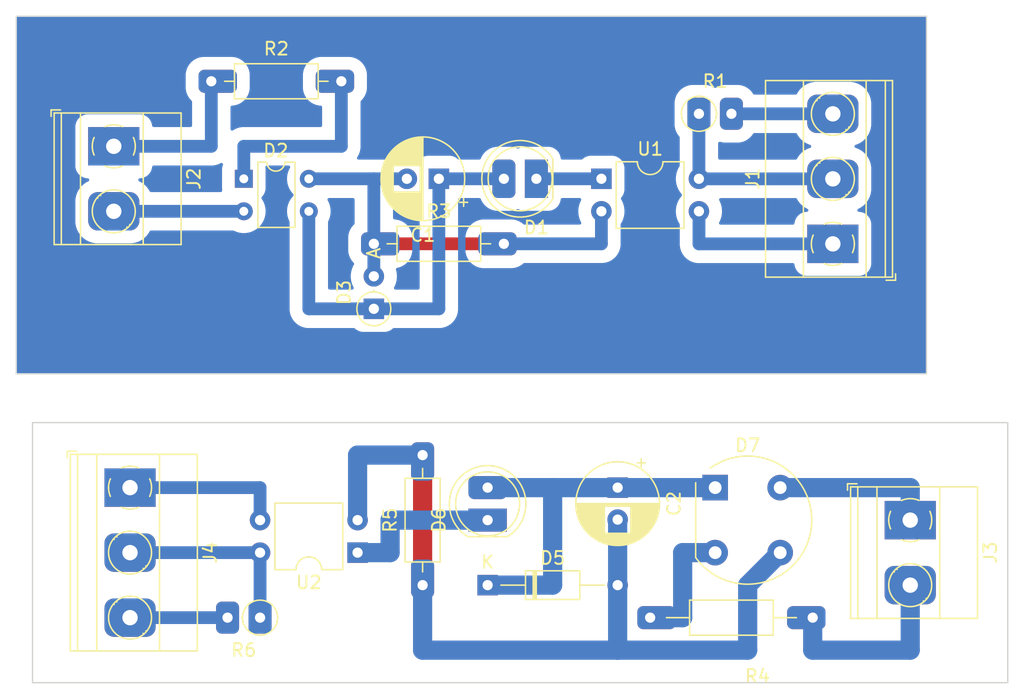
<source format=kicad_pcb>
(kicad_pcb (version 20241229) (generator "pcbnew") (generator_version "9.0")
  (title_block (date "2022") (company "TimiWho"))
  (layers (0 "F.Cu" signal) (2 "B.Cu" signal) (5 "F.SilkS" user "F.Silkscreen") (7 "B.SilkS" user "B.Silkscreen") (1 "F.Mask" user) (3 "B.Mask" user) (25 "Edge.Cuts" user))
  (net 0 "")
  (net 1 "Net-(J4-Pin_2)")
  (net 2 "Net-(D1-K)")
  (net 3 "Net-(D1-A)")
  (net 4 "/3v3")
  (net 5 "/Out")
  (net 6 "/GND")
  (net 7 "Net-(J2-Pin_2)")
  (net 8 "Net-(J2-Pin_1)")
  (net 9 "Net-(D2-Pad1)")
  (net 10 "Net-(J4-Pin_3)")
  (net 11 "Net-(D5-K)")
  (net 12 "Net-(D5-A)")
  (net 13 "Net-(D6-K)")
  (net 14 "Net-(J3-Pin_2)")
  (net 15 "Net-(D7-Pad2)")
  (net 16 "Net-(J3-Pin_1)")
  (net 17 "Net-(J4-Pin_1)")
  (net 18 "Net-(D2--)")
  (footprint "0_Connect:TerminalBlock_Phoenix_1x02_P5.08mm_Horizontal" (layer "F.Cu") (at 46.99 66.675 -90)
    (property "Reference" "J2" (at 2.54 -6.26 90) (layer "F.SilkS"))
    (property "Value" "Screw_Terminal_01x02")
    (pad "1" thru_hole rect (at 0 0 270) (size 3 4) (drill 1.2) (layers "*.Cu" "*.Mask") (net 8 "Net-(J2-Pin_1)"))
    (pad "2" thru_hole roundrect (at 5.08 0 270) (size 3 4) (drill 1.2) (layers "*.Cu" "*.Mask") (net 7 "Net-(J2-Pin_2)"))
  )
  (footprint "0_Resistor:R_Horizontal_P10.16mm" (layer "F.Cu") (at 54.61 61.595)
    (property "Reference" "R2" (at 5.08 -2.54 0) (layer "F.SilkS"))
    (property "Value" "150k 3W")
    (pad "1" thru_hole roundrect (at 0 0) (size 3 1.8) (drill 0.8 (offset 0.5 0)) (layers "*.Cu" "*.Mask") (net 8 "Net-(J2-Pin_1)"))
    (pad "2" thru_hole roundrect (at 10.16 0) (size 3 1.8) (drill 0.8 (offset -0.5 0)) (layers "*.Cu" "*.Mask") (net 9 "Net-(D2-Pad1)"))
  )
  (footprint "0_MyLED:LED_D5.0mm_Clear" (layer "F.Cu") (at 80.01 69.215 180)
    (property "Reference" "D1" (at 0 -3.81 0) (layer "F.SilkS"))
    (property "Value" "Green")
    (pad "1" thru_hole rect (at 0 0 180) (size 1.8 3) (drill 0.8) (layers "*.Cu" "*.Mask") (net 2 "Net-(D1-K)"))
    (pad "2" thru_hole roundrect (at 2.54 0 180) (size 1.8 3) (drill 0.8) (layers "*.Cu" "*.Mask") (net 3 "Net-(D1-A)"))
  )
  (footprint "Package_DIP:DIP-4_W7.62mm" (layer "F.Cu") (at 66.04 98.425 180)
    (property "Reference" "U2" (at 3.81 -2.33 0) (layer "F.SilkS"))
    (property "Value" "PC123")
    (pad "1" thru_hole rect (at 0 0 180) (size 1.6 1.6) (drill 0.8) (layers "*.Cu" "*.Mask") (net 13 "Net-(D6-K)"))
    (pad "2" thru_hole oval (at 0 2.54 180) (size 1.6 1.6) (drill 0.8) (layers "*.Cu" "*.Mask") (net 12 "Net-(D5-A)"))
    (pad "3" thru_hole oval (at 7.62 2.54 180) (size 1.6 1.6) (drill 0.8) (layers "*.Cu" "*.Mask") (net 17 "Net-(J4-Pin_1)"))
    (pad "4" thru_hole oval (at 7.62 0 180) (size 1.6 1.6) (drill 0.8) (layers "*.Cu" "*.Mask") (net 1 "Net-(J4-Pin_2)"))
  )
  (footprint "Capacitor_THT:CP_Radial_D6.3mm_P2.50mm" (layer "F.Cu") (at 72.39 69.215 180)
    (property "Reference" "C1" (at 1.25 -4.4 0) (layer "F.SilkS"))
    (property "Value" "25V 100uf")
    (pad "1" thru_hole rect (at 0 0 180) (size 1.6 1.6) (drill 0.8) (layers "*.Cu" "*.Mask") (net 3 "Net-(D1-A)"))
    (pad "2" thru_hole circle (at 2.5 0 180) (size 1.6 1.6) (drill 0.8) (layers "*.Cu" "*.Mask") (net 18 "Net-(D2--)"))
  )
  (footprint "0_Resistor:R_Horizontal_P12.7mm" (layer "F.Cu") (at 100.33 103.505 180)
    (property "Reference" "R4" (at 3.048 -4.572 0) (layer "F.SilkS"))
    (property "Value" "160k 0,25w")
    (pad "1" thru_hole roundrect (at -1.27 0 180) (size 3 1.8) (drill 0.8 (offset 0.5 0)) (layers "*.Cu" "*.Mask") (net 14 "Net-(J3-Pin_2)"))
    (pad "2" thru_hole roundrect (at 11.43 0 180) (size 3 1.8) (drill 0.8 (offset -0.5 0)) (layers "*.Cu" "*.Mask") (net 15 "Net-(D7-Pad2)"))
  )
  (footprint "0_Connect:TerminalBlock_Phoenix_1x02_P5.08mm_Horizontal" (layer "F.Cu") (at 109.22 95.885 -90)
    (property "Reference" "J3" (at 2.54 -6.26 90) (layer "F.SilkS"))
    (property "Value" "Screw_Terminal_01x02")
    (pad "1" thru_hole rect (at 0 0 270) (size 3 4) (drill 1.2) (layers "*.Cu" "*.Mask") (net 16 "Net-(J3-Pin_1)"))
    (pad "2" thru_hole roundrect (at 5.08 0 270) (size 3 4) (drill 1.2) (layers "*.Cu" "*.Mask") (net 14 "Net-(J3-Pin_2)"))
  )
  (footprint "0_Resistor:R_Horizontal_P10.16mm" (layer "F.Cu") (at 67.31 74.295)
    (property "Reference" "R3" (at 5.08 -2.54 0) (layer "F.SilkS"))
    (property "Value" "BRIDGE")
    (pad "1" thru_hole roundrect (at 0 0) (size 3 1.8) (drill 0.8 (offset 0.5 0)) (layers "*.Cu" "*.Mask") (net 18 "Net-(D2--)"))
    (pad "2" thru_hole roundrect (at 10.16 0) (size 3 1.8) (drill 0.8 (offset -0.5 0)) (layers "*.Cu" "*.Mask") (net 18 "Net-(D2--)"))
  )
  (footprint "Diode_THT:D_DO-35_SOD27_P10.16mm_Horizontal" (layer "F.Cu") (at 76.2 100.965)
    (property "Reference" "D5" (at 5.08 -2.12 0) (layer "F.SilkS"))
    (property "Value" "Z 5.1V")
    (fp_text user "K" (at 0 -1.8 0) (layer "F.SilkS"))
    (pad "1" thru_hole rect (at 0 0) (size 1.6 1.6) (drill 0.8) (layers "*.Cu" "*.Mask") (net 11 "Net-(D5-K)"))
    (pad "2" thru_hole oval (at 10.16 0) (size 1.6 1.6) (drill 0.8) (layers "*.Cu" "*.Mask") (net 12 "Net-(D5-A)"))
  )
  (footprint "Capacitor_THT:CP_Radial_D6.3mm_P2.50mm" (layer "F.Cu") (at 86.36 93.345 -90)
    (property "Reference" "C2" (at 1.25 -4.4 90) (layer "F.SilkS"))
    (property "Value" "25V 100uf")
    (pad "1" thru_hole rect (at 0 0 270) (size 1.6 1.6) (drill 0.8) (layers "*.Cu" "*.Mask") (net 11 "Net-(D5-K)"))
    (pad "2" thru_hole circle (at 2.5 0 270) (size 1.6 1.6) (drill 0.8) (layers "*.Cu" "*.Mask") (net 12 "Net-(D5-A)"))
  )
  (footprint "0_MyLED:LED_D5.0mm_Clear" (layer "F.Cu") (at 76.2 95.885 90)
    (property "Reference" "D6" (at 0 -3.81 90) (layer "F.SilkS"))
    (property "Value" "Green")
    (pad "1" thru_hole rect (at 0 0 90) (size 1.8 3) (drill 0.8) (layers "*.Cu" "*.Mask") (net 13 "Net-(D6-K)"))
    (pad "2" thru_hole roundrect (at 2.54 0 90) (size 1.8 3) (drill 0.8) (layers "*.Cu" "*.Mask") (net 11 "Net-(D5-K)"))
  )
  (footprint "0_Resistor:R_Vertical_P2.54mm" (layer "F.Cu") (at 92.71 64.135)
    (property "Reference" "R1" (at 1.27 -2.54 0) (layer "F.SilkS"))
    (property "Value" "47k")
    (pad "1" thru_hole roundrect (at 0 0) (size 1.8 2.5) (drill 0.8) (layers "*.Cu" "*.Mask") (net 5 "/Out"))
    (pad "2" thru_hole roundrect (at 2.54 0) (size 1.8 2.5) (drill 0.8) (layers "*.Cu" "*.Mask") (net 4 "/3v3"))
  )
  (footprint "0_Resistor:R_Vertical_P2.54mm" (layer "F.Cu") (at 58.42 103.505 180)
    (property "Reference" "R6" (at 1.27 -2.54 0) (layer "F.SilkS"))
    (property "Value" "47k")
    (pad "1" thru_hole roundrect (at 0 0 180) (size 1.8 2.5) (drill 0.8) (layers "*.Cu" "*.Mask") (net 1 "Net-(J4-Pin_2)"))
    (pad "2" thru_hole roundrect (at 2.54 0 180) (size 1.8 2.5) (drill 0.8) (layers "*.Cu" "*.Mask") (net 10 "Net-(J4-Pin_3)"))
  )
  (footprint "0_Connect:TerminalBlock_Phoenix_1x03_P5.08mm_Horizontal" (layer "F.Cu") (at 48.26 93.345 -90)
    (property "Reference" "J4" (at 5.08 -6.26 90) (layer "F.SilkS"))
    (property "Value" "Screw_Terminal_01x03")
    (pad "1" thru_hole rect (at 0 0 270) (size 3 4) (drill 1.2) (layers "*.Cu" "*.Mask") (net 17 "Net-(J4-Pin_1)"))
    (pad "2" thru_hole roundrect (at 5.08 0 270) (size 3 4) (drill 1.2) (layers "*.Cu" "*.Mask") (net 1 "Net-(J4-Pin_2)"))
    (pad "3" thru_hole roundrect (at 10.16 0 270) (size 3 4) (drill 1.2) (layers "*.Cu" "*.Mask") (net 10 "Net-(J4-Pin_3)"))
  )
  (footprint "Diode_THT:Diode_Bridge_DIP-4_W5.08mm_P2.54mm" (layer "F.Cu") (at 57.15 69.215)
    (property "Reference" "D2" (at 2.5 -2.2 0) (layer "F.SilkS"))
    (property "Value" "MB6M")
    (pad "1" thru_hole rect (at 0 0) (size 1.4 1.4) (drill 0.7) (layers "*.Cu" "*.Mask") (net 9 "Net-(D2-Pad1)"))
    (pad "2" thru_hole circle (at 0 2.54) (size 1.4 1.4) (drill 0.7) (layers "*.Cu" "*.Mask") (net 7 "Net-(J2-Pin_2)"))
    (pad "3" thru_hole circle (at 5.08 2.54) (size 1.4 1.4) (drill 0.7) (layers "*.Cu" "*.Mask") (net 3 "Net-(D1-A)"))
    (pad "4" thru_hole circle (at 5.08 0) (size 1.4 1.4) (drill 0.7) (layers "*.Cu" "*.Mask") (net 18 "Net-(D2--)"))
  )
  (footprint "Package_DIP:DIP-4_W7.62mm" (layer "F.Cu") (at 85.09 69.215)
    (property "Reference" "U1" (at 3.81 -2.33 0) (layer "F.SilkS"))
    (property "Value" "EL817")
    (pad "1" thru_hole rect (at 0 0) (size 1.6 1.6) (drill 0.8) (layers "*.Cu" "*.Mask") (net 2 "Net-(D1-K)"))
    (pad "2" thru_hole oval (at 0 2.54) (size 1.6 1.6) (drill 0.8) (layers "*.Cu" "*.Mask") (net 18 "Net-(D2--)"))
    (pad "3" thru_hole oval (at 7.62 2.54) (size 1.6 1.6) (drill 0.8) (layers "*.Cu" "*.Mask") (net 6 "/GND"))
    (pad "4" thru_hole oval (at 7.62 0) (size 1.6 1.6) (drill 0.8) (layers "*.Cu" "*.Mask") (net 5 "/Out"))
  )
  (footprint "Diode_THT:D_DO-35_SOD27_P2.54mm_Vertical_AnodeUp" (layer "F.Cu") (at 67.31 79.375 90)
    (property "Reference" "D3" (at 1.27 -2.326371 90) (layer "F.SilkS"))
    (property "Value" "D_Zener 5.1V")
    (fp_text user "A" (at 4.34 0 90) (layer "F.SilkS"))
    (pad "1" thru_hole rect (at 0 0 90) (size 1.6 1.6) (drill 0.8) (layers "*.Cu" "*.Mask") (net 3 "Net-(D1-A)"))
    (pad "2" thru_hole oval (at 2.54 0 90) (size 1.6 1.6) (drill 0.8) (layers "*.Cu" "*.Mask") (net 18 "Net-(D2--)"))
  )
  (footprint "0_Resistor:R_Horizontal_P10.16mm" (layer "F.Cu") (at 71.12 100.965 90)
    (property "Reference" "R5" (at 5.08 -2.54 90) (layer "F.SilkS"))
    (property "Value" "BRIDGE")
    (pad "1" thru_hole roundrect (at 0 0 90) (size 3 1.8) (drill 0.8 (offset 0.5 0)) (layers "*.Cu" "*.Mask") (net 12 "Net-(D5-A)"))
    (pad "2" thru_hole roundrect (at 10.16 0 90) (size 3 1.8) (drill 0.8 (offset -0.5 0)) (layers "*.Cu" "*.Mask") (net 12 "Net-(D5-A)"))
  )
  (footprint "Diode_THT:Diode_Bridge_Round_D9.8mm" (layer "F.Cu") (at 93.98 93.345)
    (property "Reference" "D7" (at 2.54 -3.302 0) (layer "F.SilkS"))
    (property "Value" "W10G")
    (pad "1" thru_hole rect (at 0 0) (size 2 2) (drill 1) (layers "*.Cu" "*.Mask") (net 11 "Net-(D5-K)"))
    (pad "2" thru_hole oval (at 0 5.08) (size 2 2) (drill 1) (layers "*.Cu" "*.Mask") (net 15 "Net-(D7-Pad2)"))
    (pad "3" thru_hole oval (at 5.08 5.08) (size 2 2) (drill 1) (layers "*.Cu" "*.Mask") (net 12 "Net-(D5-A)"))
    (pad "4" thru_hole oval (at 5.08 0) (size 2 2) (drill 1) (layers "*.Cu" "*.Mask") (net 16 "Net-(J3-Pin_1)"))
  )
  (footprint "0_Connect:TerminalBlock_Phoenix_1x03_P5.08mm_Horizontal" (layer "F.Cu") (at 103.175 74.3 90)
    (property "Reference" "J1" (at 5.08 -6.26 90) (layer "F.SilkS"))
    (property "Value" "Screw_Terminal_01x03")
    (pad "1" thru_hole rect (at 0 0 90) (size 3 4) (drill 1.2) (layers "*.Cu" "*.Mask") (net 6 "/GND"))
    (pad "2" thru_hole roundrect (at 5.08 0 90) (size 3 4) (drill 1.2) (layers "*.Cu" "*.Mask") (net 5 "/Out"))
    (pad "3" thru_hole roundrect (at 10.16 0 90) (size 3 4) (drill 1.2) (layers "*.Cu" "*.Mask") (net 4 "/3v3"))
  )
  (gr_line (start 116.84 108.585) (end 116.84 88.265) (stroke (width 0.1)) (layer "Edge.Cuts"))
  (gr_line (start 39.37 56.515) (end 39.37 84.455) (stroke (width 0.1)) (layer "Edge.Cuts"))
  (gr_line (start 116.84 88.265) (end 40.64 88.265) (stroke (width 0.1)) (layer "Edge.Cuts"))
  (gr_line (start 110.49 56.515) (end 39.37 56.515) (stroke (width 0.1)) (layer "Edge.Cuts"))
  (gr_line (start 40.64 108.585) (end 116.84 108.585) (stroke (width 0.1)) (layer "Edge.Cuts"))
  (gr_line (start 39.37 84.455) (end 110.49 84.455) (stroke (width 0.1)) (layer "Edge.Cuts"))
  (gr_line (start 40.64 88.265) (end 40.64 108.585) (stroke (width 0.1)) (layer "Edge.Cuts"))
  (gr_line (start 110.49 84.455) (end 110.49 56.515) (stroke (width 0.1)) (layer "Edge.Cuts"))
  (segment (start 48.26 98.425) (end 58.42 98.425) (width 1) (layer "B.Cu") (net 1))
  (segment (start 58.42 98.425) (end 58.42 103.505) (width 1) (layer "B.Cu") (net 1))
  (segment (start 85.09 69.215) (end 80.01 69.215) (width 1) (layer "B.Cu") (net 2))
  (segment (start 72.39 69.215) (end 72.39 79.375) (width 1) (layer "B.Cu") (net 3))
  (segment (start 62.23 79.375) (end 67.31 79.375) (width 1) (layer "B.Cu") (net 3))
  (segment (start 77.47 69.215) (end 72.39 69.215) (width 1) (layer "B.Cu") (net 3))
  (segment (start 62.23 71.755) (end 62.23 79.375) (width 1) (layer "B.Cu") (net 3))
  (segment (start 72.39 79.375) (end 67.31 79.375) (width 1) (layer "B.Cu") (net 3))
  (segment (start 103.175 64.14) (end 95.255 64.14) (width 1) (layer "B.Cu") (net 4))
  (segment (start 92.71 69.215) (end 92.71 64.135) (width 1) (layer "B.Cu") (net 5))
  (segment (start 103.175 69.22) (end 92.715 69.22) (width 1) (layer "B.Cu") (net 5))
  (segment (start 92.715 74.3) (end 92.715 71.76) (width 1) (layer "B.Cu") (net 6))
  (segment (start 103.175 74.3) (end 92.715 74.3) (width 1) (layer "B.Cu") (net 6))
  (segment (start 57.15 71.755) (end 46.99 71.755) (width 1) (layer "B.Cu") (net 7))
  (segment (start 54.61 66.675) (end 46.99 66.675) (width 1) (layer "B.Cu") (net 8))
  (segment (start 54.61 61.595) (end 54.61 66.675) (width 1) (layer "B.Cu") (net 8))
  (segment (start 57.15 66.675) (end 64.77 66.675) (width 1) (layer "B.Cu") (net 9))
  (segment (start 57.15 69.215) (end 57.15 66.675) (width 1) (layer "B.Cu") (net 9))
  (segment (start 64.77 66.675) (end 64.77 61.595) (width 1) (layer "B.Cu") (net 9))
  (segment (start 48.26 103.505) (end 55.88 103.505) (width 1) (layer "B.Cu") (net 10))
  (segment (start 81.28 93.345) (end 81.28 100.965) (width 1.5) (layer "B.Cu") (net 11))
  (segment (start 93.98 93.345) (end 86.36 93.345) (width 1.5) (layer "B.Cu") (net 11))
  (segment (start 86.36 93.345) (end 81.28 93.345) (width 1.5) (layer "B.Cu") (net 11))
  (segment (start 76.2 93.345) (end 81.28 93.345) (width 1.5) (layer "B.Cu") (net 11))
  (segment (start 76.2 100.965) (end 81.28 100.965) (width 1.5) (layer "B.Cu") (net 11))
  (segment (start 71.12 90.805) (end 71.12 100.965) (width 1.5) (layer "F.Cu") (net 12))
  (segment (start 71.12 106.045) (end 86.36 106.045) (width 1.5) (layer "B.Cu") (net 12))
  (segment (start 96.52 100.965) (end 96.52 106.045) (width 1.5) (layer "B.Cu") (net 12))
  (segment (start 71.12 100.965) (end 71.12 106.045) (width 1.5) (layer "B.Cu") (net 12))
  (segment (start 86.36 100.965) (end 86.36 106.045) (width 1.5) (layer "B.Cu") (net 12))
  (segment (start 66.04 95.885) (end 66.04 90.805) (width 1.5) (layer "B.Cu") (net 12))
  (segment (start 99.06 98.425) (end 96.52 100.965) (width 1.5) (layer "B.Cu") (net 12))
  (segment (start 86.36 106.045) (end 96.52 106.045) (width 1.5) (layer "B.Cu") (net 12))
  (segment (start 86.36 95.845) (end 86.36 100.965) (width 1.5) (layer "B.Cu") (net 12))
  (segment (start 66.04 90.805) (end 71.12 90.805) (width 1.5) (layer "B.Cu") (net 12))
  (segment (start 68.58 98.425) (end 66.04 98.425) (width 1.5) (layer "B.Cu") (net 13))
  (segment (start 76.2 95.885) (end 68.58 95.885) (width 1.5) (layer "B.Cu") (net 13))
  (segment (start 68.58 95.885) (end 68.58 98.425) (width 1.5) (layer "B.Cu") (net 13))
  (segment (start 101.6 103.505) (end 101.6 106.045) (width 1.5) (layer "B.Cu") (net 14))
  (segment (start 109.22 106.045) (end 109.22 100.965) (width 1.5) (layer "B.Cu") (net 14))
  (segment (start 101.6 106.045) (end 109.22 106.045) (width 1.5) (layer "B.Cu") (net 14))
  (segment (start 91.44 103.505) (end 91.44 98.425) (width 1.5) (layer "B.Cu") (net 15))
  (segment (start 88.9 103.505) (end 91.44 103.505) (width 1.5) (layer "B.Cu") (net 15))
  (segment (start 93.98 98.425) (end 91.44 98.425) (width 1.5) (layer "B.Cu") (net 15))
  (segment (start 109.22 93.345) (end 99.06 93.345) (width 1.5) (layer "B.Cu") (net 16))
  (segment (start 109.22 95.885) (end 109.22 93.345) (width 1.5) (layer "B.Cu") (net 16))
  (segment (start 48.26 93.345) (end 58.42 93.345) (width 1) (layer "B.Cu") (net 17))
  (segment (start 58.42 93.345) (end 58.42 95.885) (width 1) (layer "B.Cu") (net 17))
  (segment (start 77.47 74.295) (end 67.31 74.295) (width 1) (layer "F.Cu") (net 18))
  (segment (start 69.89 69.215) (end 67.31 69.215) (width 1) (layer "B.Cu") (net 18))
  (segment (start 67.31 69.215) (end 62.23 69.215) (width 1) (layer "B.Cu") (net 18))
  (segment (start 85.09 74.295) (end 77.47 74.295) (width 1) (layer "B.Cu") (net 18))
  (segment (start 67.31 76.835) (end 67.31 69.215) (width 1) (layer "B.Cu") (net 18))
  (segment (start 85.09 71.755) (end 85.09 74.295) (width 1) (layer "B.Cu") (net 18))
  (zone (net 0) (net_name "") (layer "B.Cu") (connect_pads yes (clearance 1)) (min_thickness 0.25) (fill yes (thermal_gap 0.5) (thermal_bridge_width 0.5) (island_removal_mode 1) (island_area_min 10))
    (polygon (pts (xy 38.1 55.245) (xy 38.1 85.725) (xy 113.03 85.725) (xy 113.03 55.245)))
  )
)
</source>
